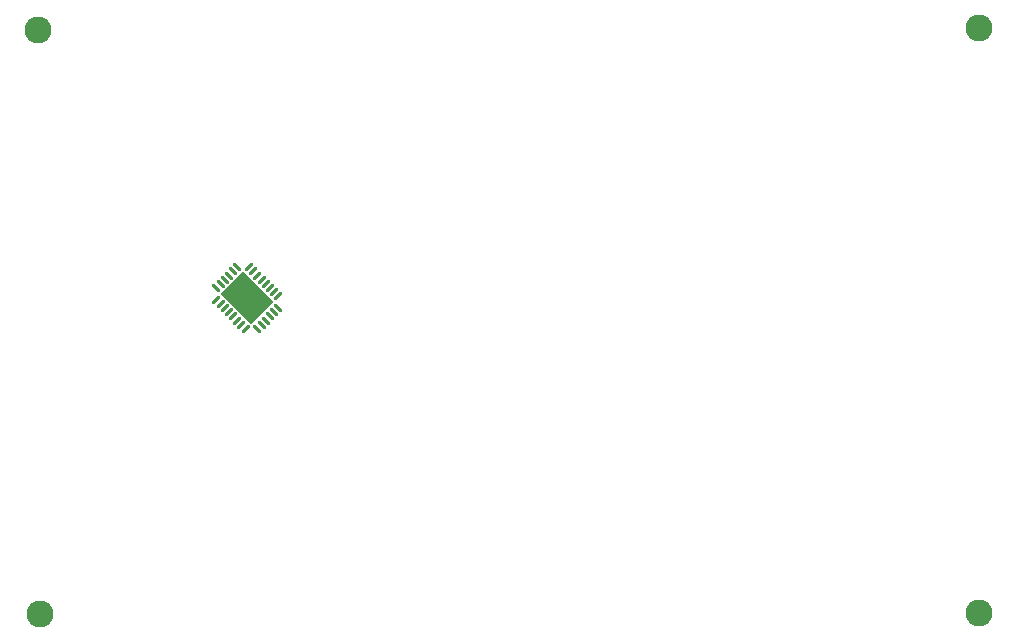
<source format=gbr>
%TF.GenerationSoftware,KiCad,Pcbnew,7.0.8*%
%TF.CreationDate,2023-11-15T14:15:31+01:00*%
%TF.ProjectId,tarjeta-rev1,7461726a-6574-4612-9d72-6576312e6b69,rev?*%
%TF.SameCoordinates,Original*%
%TF.FileFunction,Soldermask,Top*%
%TF.FilePolarity,Negative*%
%FSLAX46Y46*%
G04 Gerber Fmt 4.6, Leading zero omitted, Abs format (unit mm)*
G04 Created by KiCad (PCBNEW 7.0.8) date 2023-11-15 14:15:31*
%MOMM*%
%LPD*%
G01*
G04 APERTURE LIST*
G04 Aperture macros list*
%AMRoundRect*
0 Rectangle with rounded corners*
0 $1 Rounding radius*
0 $2 $3 $4 $5 $6 $7 $8 $9 X,Y pos of 4 corners*
0 Add a 4 corners polygon primitive as box body*
4,1,4,$2,$3,$4,$5,$6,$7,$8,$9,$2,$3,0*
0 Add four circle primitives for the rounded corners*
1,1,$1+$1,$2,$3*
1,1,$1+$1,$4,$5*
1,1,$1+$1,$6,$7*
1,1,$1+$1,$8,$9*
0 Add four rect primitives between the rounded corners*
20,1,$1+$1,$2,$3,$4,$5,0*
20,1,$1+$1,$4,$5,$6,$7,0*
20,1,$1+$1,$6,$7,$8,$9,0*
20,1,$1+$1,$8,$9,$2,$3,0*%
%AMRotRect*
0 Rectangle, with rotation*
0 The origin of the aperture is its center*
0 $1 length*
0 $2 width*
0 $3 Rotation angle, in degrees counterclockwise*
0 Add horizontal line*
21,1,$1,$2,0,0,$3*%
G04 Aperture macros list end*
%ADD10C,2.286000*%
%ADD11RoundRect,0.062500X-0.212132X-0.300520X0.300520X0.212132X0.212132X0.300520X-0.300520X-0.212132X0*%
%ADD12RoundRect,0.062500X0.212132X-0.300520X0.300520X-0.212132X-0.212132X0.300520X-0.300520X0.212132X0*%
%ADD13RotRect,2.650000X3.650000X45.000000*%
G04 APERTURE END LIST*
D10*
%TO.C,REF\u002A\u002A*%
X585900000Y-161100000D03*
X586100000Y-210600000D03*
X665600000Y-161000000D03*
X665600000Y-210500000D03*
D11*
X601030152Y-183982628D03*
X601383705Y-184336182D03*
X601737259Y-184689735D03*
X602090812Y-185043289D03*
X602444365Y-185396842D03*
X602797919Y-185750395D03*
X603151472Y-186103949D03*
X603505026Y-186457502D03*
D12*
X604494975Y-186457502D03*
X604848529Y-186103949D03*
X605202082Y-185750395D03*
X605555635Y-185396842D03*
X605909189Y-185043289D03*
X606262742Y-184689735D03*
D11*
X606262742Y-183699786D03*
X605909189Y-183346232D03*
X605555635Y-182992679D03*
X605202082Y-182639125D03*
X604848529Y-182285572D03*
X604494975Y-181932019D03*
X604141422Y-181578465D03*
X603787868Y-181224912D03*
D12*
X602797919Y-181224912D03*
X602444365Y-181578465D03*
X602090812Y-181932019D03*
X601737259Y-182285572D03*
X601383705Y-182639125D03*
X601030152Y-182992679D03*
D13*
X603646447Y-183841207D03*
%TD*%
M02*

</source>
